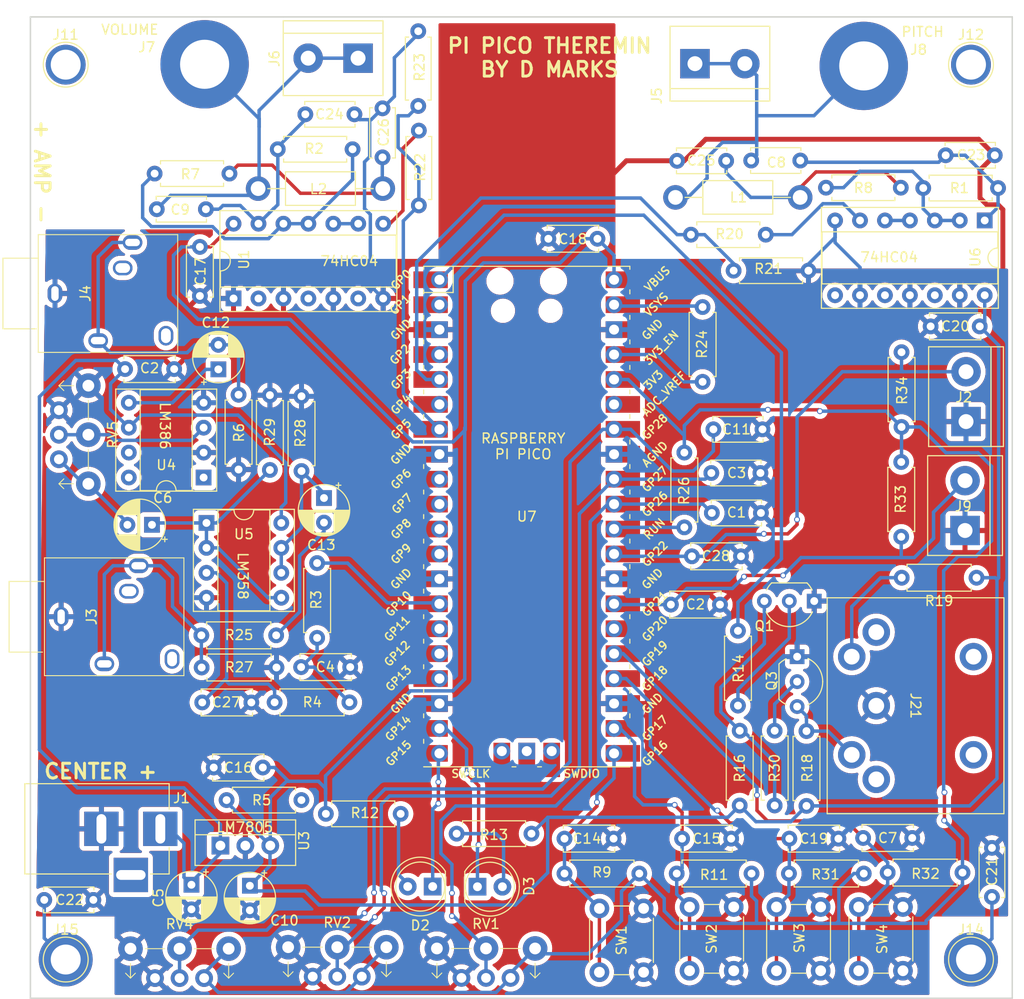
<source format=kicad_pcb>
(kicad_pcb (version 20221018) (generator pcbnew)
  (layers (0 "F.Cu" signal) (31 "B.Cu" signal) (34 "B.Paste" user) (35 "F.Paste" user) (36 "B.SilkS" user "B.Silkscreen") (37 "F.SilkS" user "F.Silkscreen") (38 "B.Mask" user) (39 "F.Mask" user) (44 "Edge.Cuts" user))
  (net 0 "")
  (net 1 "PITCHSIG")
  (net 2 "GND")
  (net 3 "+9V")
  (net 4 "SENS")
  (net 5 "Net-(C13-Pad2)")
  (net 6 "Net-(U5A--)")
  (net 7 "Net-(J5-Pin_1)")
  (net 8 "+5V")
  (net 9 "VOLUME")
  (net 10 "Net-(C12-Pad1)")
  (net 11 "Net-(J6-Pin_1)")
  (net 12 "BUTTON1")
  (net 13 "BUTTON2")
  (net 14 "LED1")
  (net 15 "Net-(U5B--)")
  (net 16 "LED2")
  (net 17 "Net-(J14-Pin_1)")
  (net 18 "Net-(C12-Pad2)")
  (net 19 "Net-(R1-Pad1)")
  (net 20 "Net-(R2-Pad1)")
  (net 21 "VOLSIG")
  (net 22 "+3V3")
  (net 23 "MIDIOUT")
  (net 24 "Net-(J3-PadS1)")
  (net 28 "Net-(R20-Pad1)")
  (net 29 "Net-(R22-Pad1)")
  (net 30 "Net-(C6-Pad2)")
  (net 31 "Net-(J15-Pin_1)")
  (net 32 "PITCH")
  (net 33 "Net-(D1-A)")
  (net 34 "Net-(D2-A)")
  (net 35 "Net-(C23-Pad1)")
  (net 36 "Net-(C24-Pad1)")
  (net 37 "Net-(C25-Pad2)")
  (net 38 "Net-(C26-Pad2)")
  (net 39 "Net-(U1-Pad10)")
  (net 40 "Net-(U6-Pad4)")
  (net 41 "Net-(D3-A)")
  (net 47 "Net-(J21-Pad4)")
  (net 48 "Net-(Q3-C)")
  (net 49 "Net-(Q1-B)")
  (net 50 "Net-(Q1-C)")
  (net 51 "Net-(Q3-B)")
  (net 52 "Net-(U4-+)")
  (net 59 "Net-(U5A-+)")
  (net 64 "BUTTON3")
  (net 65 "BUTTON4")
  (net 72 "Net-(U7-RUN)")
  (net 74 "Net-(U7-3V3_EN)")
  (net 75 "Net-(U7-VSYS)")
  (net 80 "Net-(C4-Pad1)")
  (net 81 "SNDOUT")
  (net 84 "Net-(J2-Pin_2)")
  (net 85 "Net-(J9-Pin_2)")
  (footprint "Capacitors_THT:C_Disc_D5.0mm_W2.5mm_P5.00mm" (layer "F.Cu") (at 119.4 100.543)
    (fp_text reference "C1")
    (fp_text value "100 nF")
  )
  (footprint "Capacitor_THT:C_Disc_D5.0mm_W2.5mm_P5.00mm" (layer "F.Cu") (at 59.64 85.883)
    (fp_text reference "C2")
    (fp_text value "100 nF")
  )
  (footprint "Capacitors_THT:C_Disc_D5.0mm_W2.5mm_P5.00mm" (layer "F.Cu") (at 119.35 96.473)
    (fp_text reference "C3")
    (fp_text value "100 nF")
  )
  (footprint "Capacitor_THT:CP_Radial_D5.0mm_P2.50mm" (layer "F.Cu") (at 66.4 138.433 -90)
    (fp_text reference "C5")
    (fp_text value "100 uF")
  )
  (footprint "Capacitor_THT:CP_Radial_D5.0mm_P2.50mm" (layer "F.Cu") (at 62.38 101.753 180)
    (fp_text reference "C6")
    (fp_text value "10 uF")
  )
  (footprint "Capacitors_THT:C_Disc_D5.0mm_W2.5mm_P5.00mm" (layer "F.Cu") (at 128.41 64.633 180)
    (fp_text reference "C8")
    (fp_text value "100 pF")
  )
  (footprint "Capacitors_THT:C_Disc_D5.0mm_W2.5mm_P5.00mm" (layer "F.Cu") (at 67.87 69.593 180)
    (fp_text reference "C9")
    (fp_text value "100 pF")
  )
  (footprint "Capacitor_THT:CP_Radial_D5.0mm_P2.50mm" (layer "F.Cu") (at 72.35 138.533 -90)
    (fp_text reference "C10")
    (fp_text value "100 uF")
  )
  (footprint "Capacitors_THT:C_Disc_D5.0mm_W2.5mm_P5.00mm" (layer "F.Cu") (at 119.56 92.023)
    (fp_text reference "C11")
    (fp_text value "100 nF")
  )
  (footprint "Capacitor_THT:CP_Radial_D5.0mm_P2.50mm" (layer "F.Cu") (at 69.14 85.913 90)
    (fp_text reference "C12")
    (fp_text value "220 uF")
  )
  (footprint "Capacitor_THT:CP_Radial_D5.0mm_P2.50mm" (layer "F.Cu") (at 79.9 99.023 -90)
    (fp_text reference "C13")
    (fp_text value "220 uF")
  )
  (footprint "Capacitor_THT:C_Disc_D5.0mm_W2.5mm_P5.00mm" (layer "F.Cu") (at 104.394 133.731)
    (fp_text reference "C14")
    (fp_text value "100 nF")
  )
  (footprint "Capacitor_THT:C_Disc_D5.0mm_W2.5mm_P5.00mm" (layer "F.Cu") (at 116.372 133.731)
    (fp_text reference "C15")
    (fp_text value "100 nF")
  )
  (footprint "Capacitor_THT:C_Disc_D5.0mm_W2.5mm_P5.00mm" (layer "F.Cu") (at 67.26 73.433 -90)
    (fp_text reference "C17")
    (fp_text value "100 nF")
  )
  (footprint "Capacitor_THT:C_Disc_D5.0mm_W2.5mm_P5.00mm" (layer "F.Cu") (at 107.75 72.603 180)
    (fp_text reference "C18")
    (fp_text value "100 nF")
  )
  (footprint "Connectors:BARREL_JACK" (layer "F.Cu") (at 63.23 132.733)
    (fp_text reference "J1")
    (fp_text value "Barrel_Jack")
  )
  (footprint "Connectors:1pin" (layer "F.Cu") (at 67.7418 54.8259)
    (fp_text reference "J7")
    (fp_text value "Conn_01x01")
  )
  (footprint "Connectors:1pin" (layer "F.Cu") (at 134.874 54.991)
    (fp_text reference "J8")
    (fp_text value "Conn_01x01")
  )
  (footprint "Connectors:1pin" (layer "F.Cu") (at 53.594 54.864)
    (fp_text reference "J11")
    (fp_text value "Conn_01x01")
  )
  (footprint "Connectors:1pin" (layer "F.Cu") (at 145.796 54.864)
    (fp_text reference "J12")
    (fp_text value "Conn_01x01")
  )
  (footprint "Connectors:1pin" (layer "F.Cu") (at 145.796 146.05)
    (fp_text reference "J14")
    (fp_text value "Conn_01x01")
  )
  (footprint "Connectors:1pin" (layer "F.Cu") (at 53.594 146.05)
    (fp_text reference "J15")
    (fp_text value "Conn_01x01")
  )
  (footprint "Package_TO_SOT_THT:TO-92_Inline_Wide" (layer "F.Cu") (at 128.09 115.193 -90)
    (fp_text reference "Q3")
    (fp_text value "2N3904")
  )
  (footprint "Resistors_THT:R_Axial_DIN0207_L6.3mm_D2.5mm_P7.62mm_Horizontal" (layer "F.Cu") (at 82.81 63.483 180)
    (fp_text reference "R2")
    (fp_text value "2.2M")
  )
  (footprint "Resistors_THT:R_Axial_DIN0207_L6.3mm_D2.5mm_P7.62mm_Horizontal" (layer "F.Cu") (at 69.98 129.803)
    (fp_text reference "R5")
    (fp_text value "1k")
  )
  (footprint "Resistor_THT:R_Axial_DIN0207_L6.3mm_D2.5mm_P7.62mm_Horizontal" (layer "F.Cu") (at 71.2 88.498 -90)
    (fp_text reference "R6")
    (fp_text value "10k")
  )
  (footprint "Resistors_THT:R_Axial_DIN0207_L6.3mm_D2.5mm_P7.62mm_Horizontal" (layer "F.Cu") (at 62.65 65.963)
    (fp_text reference "R7")
    (fp_text value "1k")
  )
  (footprint "Resistors_THT:R_Axial_DIN0207_L6.3mm_D2.5mm_P7.62mm_Horizontal" (layer "F.Cu") (at 131.0259 67.3989)
    (fp_text reference "R8")
    (fp_text value "1k")
  )
  (footprint "Resistor_THT:R_Axial_DIN0207_L6.3mm_D2.5mm_P7.62mm_Horizontal" (layer "F.Cu") (at 112.014 137.287 180)
    (fp_text reference "R9")
    (fp_text value "10k")
  )
  (footprint "Resistor_THT:R_Axial_DIN0207_L6.3mm_D2.5mm_P7.62mm_Horizontal" (layer "F.Cu") (at 123.444 137.287 180)
    (fp_text reference "R11")
    (fp_text value "10k")
  )
  (footprint "Resistors_THT:R_Axial_DIN0207_L6.3mm_D2.5mm_P7.62mm_Horizontal" (layer "F.Cu") (at 80.09 131.203)
    (fp_text reference "R12")
    (fp_text value "1k")
  )
  (footprint "Resistors_THT:R_Axial_DIN0207_L6.3mm_D2.5mm_P7.62mm_Horizontal" (layer "F.Cu") (at 101.03 133.223 180)
    (fp_text reference "R13")
    (fp_text value "1k")
  )
  (footprint "Resistor_THT:R_Axial_DIN0207_L6.3mm_D2.5mm_P7.62mm_Horizontal" (layer "F.Cu") (at 122.06 120.173 90)
    (fp_text reference "R14")
    (fp_text value "10k")
  )
  (footprint "Resistor_THT:R_Axial_DIN0207_L6.3mm_D2.5mm_P7.62mm_Horizontal" (layer "F.Cu") (at 122.24 130.353 90)
    (fp_text reference "R16")
    (fp_text value "1k")
  )
  (footprint "Resistor_THT:R_Axial_DIN0207_L6.3mm_D2.5mm_P7.62mm_Horizontal" (layer "F.Cu") (at 129.04 122.773 -90)
    (fp_text reference "R18")
    (fp_text value "1k")
  )
  (footprint "Resistor_THT:R_Axial_DIN0207_L6.3mm_D2.5mm_P7.62mm_Horizontal" (layer "F.Cu") (at 146.36 107.143 180)
    (fp_text reference "R19")
    (fp_text value "220R")
  )
  (footprint "MCTheremin:Potentiometer_Big_Small_Combined" (layer "F.Cu") (at 96.4 147.923)
    (fp_text reference "RV1")
    (fp_text value "10k")
  )
  (footprint "MCTheremin:Potentiometer_Big_Small_Combined" (layer "F.Cu") (at 81.25 147.793)
    (fp_text reference "RV2")
    (fp_text value "10k")
  )
  (footprint "MCTheremin:Potentiometer_Big_Small_Combined" (layer "F.Cu") (at 65.19 147.943)
    (fp_text reference "RV4")
    (fp_text value "10k")
  )
  (footprint "Button_Switch_THT:SW_PUSH_6mm" (layer "F.Cu") (at 112.45 140.843 -90)
    (fp_text reference "SW1")
    (fp_text value "SW_Push")
  )
  (footprint "Button_Switch_THT:SW_PUSH_6mm" (layer "F.Cu") (at 121.63 140.693 -90)
    (fp_text reference "SW2")
    (fp_text value "SW_Push")
  )
  (footprint "Housings_DIP:DIP-14_W7.62mm_Socket" (layer "F.Cu") (at 70.6882 78.6892 90)
    (fp_text reference "U1")
    (fp_text value "74HC04")
  )
  (footprint "TO_SOT_Packages_THT:TO-220-3_Vertical" (layer "F.Cu") (at 69.35 134.443)
    (fp_text reference "U3")
    (fp_text value "LM7805_TO220")
  )
  (footprint "Housings_DIP:DIP-8_W7.62mm_Socket" (layer "F.Cu") (at 67.64 96.933 180)
    (fp_text reference "U4")
    (fp_text value "LM386")
  )
  (footprint "Housings_DIP:DIP-8_W7.62mm_Socket" (layer "F.Cu") (at 67.93 101.563)
    (fp_text reference "U5")
    (fp_text value "LM358")
  )
  (footprint "Resistors_THT:R_Axial_DIN0207_L6.3mm_D2.5mm_P7.62mm_Horizontal" (layer "F.Cu") (at 124.8918 72.1868 180)
    (fp_text reference "R20")
    (fp_text value "1k")
  )
  (footprint "Resistors_THT:R_Axial_DIN0207_L6.3mm_D2.5mm_P7.62mm_Horizontal" (layer "F.Cu") (at 121.62 75.853)
    (fp_text reference "R21")
    (fp_text value "2k2")
  )
  (footprint "Resistors_THT:R_Axial_DIN0207_L6.3mm_D2.5mm_P7.62mm_Horizontal" (layer "F.Cu") (at 89.56 61.583 -90)
    (fp_text reference "R22")
    (fp_text value "1k")
  )
  (footprint "Resistors_THT:R_Axial_DIN0207_L6.3mm_D2.5mm_P7.62mm_Horizontal" (layer "F.Cu") (at 89.5 59.073 90)
    (fp_text reference "R23")
    (fp_text value "2k2")
  )
  (footprint "Connectors_Terminal_Blocks:TerminalBlock_bornier-2_P5.08mm" (layer "F.Cu") (at 117.68328 54.7624)
    (fp_text reference "J5")
    (fp_text value "Conn_01x02")
  )
  (footprint "TerminalBlock:TerminalBlock_bornier-2_P5.08mm" (layer "F.Cu") (at 83.37 54.203 180)
    (fp_text reference "J6")
    (fp_text value "Conn_01x02")
  )
  (footprint "MCTheremin:Potentiometer_Big_Small_Combined" (layer "F.Cu") (at 52.9 92.573 -90)
    (fp_text reference "RV5")
    (fp_text value "10k")
  )
  (footprint "Housings_DIP:DIP-14_W7.62mm_Socket" (layer "F.Cu") (at 147.193 70.739 -90)
    (fp_text reference "U6")
    (fp_text value "74HC04")
  )
  (footprint "Capacitor_THT:C_Disc_D5.0mm_W2.5mm_P5.00mm" (layer "F.Cu") (at 146.685 81.534 180)
    (fp_text reference "C20")
    (fp_text value "100 nF")
  )
  (footprint "Capacitors_THT:C_Disc_D5.0mm_W2.5mm_P5.00mm" (layer "F.Cu") (at 147.93 134.673 -90)
    (fp_text reference "C21")
    (fp_text value "100 nF")
  )
  (footprint "Capacitors_THT:C_Disc_D5.0mm_W2.5mm_P5.00mm" (layer "F.Cu") (at 56.41 139.973 180)
    (fp_text reference "C22")
    (fp_text value "100 nF")
  )
  (footprint "Capacitors_THT:C_Disc_D5.0mm_W2.5mm_P5.00mm" (layer "F.Cu") (at 143.2179 64.0969)
    (fp_text reference "C23")
    (fp_text value "150 pF")
  )
  (footprint "Capacitors_THT:C_Disc_D5.0mm_W2.5mm_P5.00mm" (layer "F.Cu") (at 78 59.923)
    (fp_text reference "C24")
    (fp_text value "220 pF")
  )
  (footprint "Capacitors_THT:C_Disc_D5.0mm_W2.5mm_P5.00mm" (layer "F.Cu") (at 115.86 64.663)
    (fp_text reference "C25")
    (fp_text value "150 pF")
  )
  (footprint "Capacitors_THT:C_Disc_D5.0mm_W2.5mm_P5.00mm" (layer "F.Cu") (at 85.86 59.313 -90)
    (fp_text reference "C26")
    (fp_text value "220 pF")
  )
  (footprint "Inductors_THT:L_Axial_L7.0mm_D3.3mm_P12.70mm_Horizontal_Fastron_MICC" (layer "F.Cu") (at 128.397 68.3895 180)
    (fp_text reference "L1")
    (fp_text value "400 uH")
  )
  (footprint "Inductors_THT:L_Axial_L7.0mm_D3.3mm_P12.70mm_Horizontal_Fastron_MICC" (layer "F.Cu") (at 85.89 67.493 180)
    (fp_text reference "L2")
    (fp_text value "400 uH")
  )
  (footprint "Resistors_THT:R_Axial_DIN0207_L6.3mm_D2.5mm_P7.62mm_Horizontal" (layer "F.Cu") (at 140.9319 67.437)
    (fp_text reference "R1")
    (fp_text value "2.2M")
  )
  (footprint "Capacitor_THT:C_Disc_D5.0mm_W2.5mm_P5.00mm" (layer "F.Cu") (at 127.294 133.731)
    (fp_text reference "C19")
    (fp_text value "100 nF")
  )
  (footprint "Resistor_THT:R_Axial_DIN0207_L6.3mm_D2.5mm_P7.62mm_Horizontal" (layer "F.Cu") (at 67.44 116.293)
    (fp_text reference "R27")
    (fp_text value "2.2M")
  )
  (footprint "Capacitor_THT:C_Disc_D5.0mm_W2.5mm_P5.00mm" (layer "F.Cu") (at 73.67 126.483 180)
    (fp_text reference "C16")
    (fp_text value "100 nF")
  )
  (footprint "LED_THT:LED_D5.0mm" (layer "F.Cu") (at 95.53 138.633)
    (fp_text reference "D3")
    (fp_text value "LED")
  )
  (footprint "Button_Switch_THT:SW_PUSH_6mm" (layer "F.Cu") (at 138.866 140.693 -90)
    (fp_text reference "SW4")
    (fp_text value "SW_Push")
  )
  (footprint "Resistor_THT:R_Axial_DIN0207_L6.3mm_D2.5mm_P7.62mm_Horizontal" (layer "F.Cu") (at 77.61 96.273 90)
    (fp_text reference "R28")
    (fp_text value "1k")
  )
  (footprint "Resistor_THT:R_Axial_DIN0207_L6.3mm_D2.5mm_P7.62mm_Horizontal" (layer "F.Cu") (at 138.69 95.353 -90)
    (fp_text reference "R33")
    (fp_text value "10k")
  )
  (footprint "Capacitor_THT:C_Disc_D5.0mm_W2.5mm_P5.00mm" (layer "F.Cu") (at 134.81 133.663)
    (fp_text reference "C7")
    (fp_text value "100 nF")
  )
  (footprint "Package_TO_SOT_THT:TO-92_Inline_Wide" (layer "F.Cu") (at 129.83 109.523 180)
    (fp_text reference "Q1")
    (fp_text value "2N3904")
  )
  (footprint "Resistor_THT:R_Axial_DIN0207_L6.3mm_D2.5mm_P7.62mm_Horizontal" (layer "F.Cu") (at 79.2 105.653 -90)
    (fp_text reference "R3")
    (fp_text value "10k")
  )
  (footprint "MCTheremin:PJ-3240-35mm-stereo" (layer "F.Cu") (at 51.43 111.123 90)
    (fp_text reference "J3")
    (fp_text value "AudioJack2_Dual_Ground_Switch")
  )
  (footprint "Capacitor_THT:C_Disc_D5.0mm_W2.5mm_P5.00mm" (layer "F.Cu") (at 115.23 109.883)
    (fp_text reference "C2")
    (fp_text value "100 nF")
  )
  (footprint "Resistor_THT:R_Axial_DIN0207_L6.3mm_D2.5mm_P7.62mm_Horizontal" (layer "F.Cu") (at 74.39 96.163 90)
    (fp_text reference "R29")
    (fp_text value "1k")
  )
  (footprint "MCTheremin:DIN5Circular" (layer "F.Cu") (at 136.15 120.189 -90)
    (fp_text reference "J21")
    (fp_text value "DIN-5_180degree")
  )
  (footprint "Resistor_THT:R_Axial_DIN0207_L6.3mm_D2.5mm_P7.62mm_Horizontal" (layer "F.Cu") (at 134.874 137.287 180)
    (fp_text reference "R31")
    (fp_text value "10k")
  )
  (footprint "LED_THT:LED_D5.0mm" (layer "F.Cu") (at 90.97 138.613 180)
    (fp_text reference "D2")
    (fp_text value "LED")
  )
  (footprint "MCU_RaspberryPi_and_Boards:RPi_Pico_SMD_TH" (layer "F.Cu") (at 100.55 100.913)
    (fp_text reference "U7")
    (fp_text value "Pico")
  )
  (footprint "Capacitor_THT:C_Disc_D5.0mm_W2.5mm_P5.00mm" (layer "F.Cu") (at 117.37 104.963)
    (fp_text reference "C28")
    (fp_text value "100 nF")
  )
  (footprint "Resistor_THT:R_Axial_DIN0207_L6.3mm_D2.5mm_P7.62mm_Horizontal" (layer "F.Cu") (at 138.72 91.783 90)
    (fp_text reference "R34")
    (fp_text value "10k")
  )
  (footprint "Capacitor_THT:C_Disc_D5.0mm_W2.5mm_P5.00mm" (layer "F.Cu") (at 67.5 119.853)
    (fp_text reference "C27")
    (fp_text value "100 nF")
  )
  (footprint "Resistor_THT:R_Axial_DIN0207_L6.3mm_D2.5mm_P7.62mm_Horizontal" (layer "F.Cu") (at 144.93 137.193 180)
    (fp_text reference "R32")
    (fp_text value "10k")
  )
  (footprint "Resistor_THT:R_Axial_DIN0207_L6.3mm_D2.5mm_P7.62mm_Horizontal" (layer "F.Cu") (at 118.46 87.183 90)
    (fp_text reference "R24")
    (fp_text value "10k")
  )
  (footprint "MCTheremin:PJ-3240-35mm-stereo" (layer "F.Cu") (at 50.8 78.183 90)
    (fp_text reference "J4")
    (fp_text value "AudioJack2_Dual_Ground_Switch")
  )
  (footprint "Resistor_THT:R_Axial_DIN0207_L6.3mm_D2.5mm_P7.62mm_Horizontal" (layer "F.Cu") (at 125.8 130.353 90)
    (fp_text reference "R30")
    (fp_text value "10k")
  )
  (footprint "TerminalBlock:TerminalBlock_bornier-2_P5.08mm" (layer "F.Cu") (at 145.29 91.233 90)
    (fp_text reference "J2")
    (fp_text value "Conn_01x02")
  )
  (footprint "Resistor_THT:R_Axial_DIN0207_L6.3mm_D2.5mm_P7.62mm_Horizontal" (layer "F.Cu") (at 116.6 94.393 -90)
    (fp_text reference "R26")
    (fp_text value "10k")
  )
  (footprint "Resistor_THT:R_Axial_DIN0207_L6.3mm_D2.5mm_P7.62mm_Horizontal" (layer "F.Cu") (at 82.49 119.843 180)
    (fp_text reference "R4")
    (fp_text value "10k")
  )
  (footprint "Resistor_THT:R_Axial_DIN0207_L6.3mm_D2.5mm_P7.62mm_Horizontal" (layer "F.Cu") (at 67.41 113.013)
    (fp_text reference "R25")
    (fp_text value "220R")
  )
  (footprint "Capacitor_THT:C_Disc_D5.0mm_W2.5mm_P5.00mm" (layer "F.Cu") (at 77.57 116.253)
    (fp_text reference "C4")
    (fp_text value "100 nF")
  )
  (footprint "Button_Switch_THT:SW_PUSH_6mm" (layer "F.Cu") (at 130.484 140.693 -90)
    (fp_text reference "SW3")
    (fp_text value "SW_Push")
  )
  (footprint "TerminalBlock:TerminalBlock_bornier-2_P5.08mm" (layer "F.Cu") (at 145.19 102.333 90)
    (fp_text reference "J9")
    (fp_text value "Conn_01x02")
  )
  (gr_line (start 50 150) (end 50 50) (stroke (width 0.15)) (layer "Edge.Cuts"))
  (gr_line (start 150 150) (end 50 150) (stroke (width 0.15)) (layer "Edge.Cuts"))
  (gr_line (start 50 50) (end 150 50) (stroke (width 0.15)) (layer "Edge.Cuts"))
  (gr_line (start 150 50) (end 150 150) (stroke (width 0.15)) (layer "Edge.Cuts"))
  (gr_text "LM386" (at 63.7 91.673 -90) (layer "F.SilkS") (effects (font (size 1 1))))
  (gr_text "LM358" (at 71.63 106.963 270) (layer "F.SilkS") (effects (font (size 1 1))))
  (gr_text "PI PICO THEREMIN\nBY D MARKS" (at 102.87 54.143) (layer "F.SilkS") (effects (font (size 1.5 1.5) (thickness 0.3))))
  (gr_text "VOLUME" (at 60.12688 51.29784) (layer "F.SilkS") (effects (font (size 1 1))))
  (gr_text "RASPBERRY\nPI PICO" (at 100.19 93.753) (layer "F.SilkS") (effects (font (size 1 1))))
  (gr_text "74HC04" (at 82.47888 74.8792) (layer "F.SilkS") (effects (font (size 1 1))))
  (gr_text "+ AMP -" (at 51.181 65.786 270) (layer "F.SilkS") (effects (font (size 1.5 1.5) (thickness 0.3))))
  (gr_text "74HC04" (at 137.4648 74.4855) (layer "F.SilkS") (effects (font (size 1 1))))
  (gr_text "LM7805" (at 71.84 132.573) (layer "F.SilkS") (effects (font (size 1 1))))
  (gr_text "CENTER +" (at 57.15 126.873) (layer "F.SilkS") (effects (font (size 1.5 1.5) (thickness 0.3))))
  (gr_text "PITCH" (at 140.87348 51.52136) (layer "F.SilkS") (effects (font (size 1 1))))
  (segment (start 117.2718 72.1868) (end 118.6688 72.1868) (width 0.35) (layer "B.Cu") (net 1))
  (segment (start 115.8738 72.1868) (end 117.2718 72.1868) (width 0.35) (layer "B.Cu") (net 1))
  (segment (start 121.62 75.138) (end 121.62 75.853) (width 0.35) (layer "B.Cu") (net 1))
  (segment (start 89.34 85.983) (end 89.34 74.993) (width 0.35) (layer "B.Cu") (net 1))
  (segment (start 112.14 68.453) (end 115.8738 72.1868) (width 0.35) (layer "B.Cu") (net 1))
  (segment (start 95.88 68.453) (end 112.14 68.453) (width 0.35) (layer "B.Cu") (net 1))
  (segment (start 89.34 74.993) (end 95.88 68.453) (width 0.35) (layer "B.Cu") (net 1))
  (segment (start 90.3 86.943) (end 89.34 85.983) (width 0.35) (layer "B.Cu") (net 1))
  (segment (start 91.66 86.943) (end 90.3 86.943) (width 0.35) (layer "B.Cu") (net 1))
  (segment (start 118.6688 72.1868) (end 121.62 75.138) (width 0.35) (layer "B.Cu") (net 1))
  (segment (start 146.71 68.443) (end 147.41 69.143) (width 0.5) (layer "F.Cu") (net 2))
  (segment (start 146.584 62.463) (end 118.7787 62.463) (width 0.5) (layer "F.Cu") (net 2))
  (segment (start 118.7787 62.463) (end 116.5787 64.663) (width 0.5) (layer "F.Cu") (net 2))
  (segment (start 148.56 69.143) (end 149.04 69.623) (width 0.5) (layer "F.Cu") (net 2))
  (segment (start 148.2179 64.0969) (end 146.584 62.463) (width 0.5) (layer "F.Cu") (net 2))
  (segment (start 115.8527 64.6557) (end 110.6973 64.6557) (width 0.5) (layer "F.Cu") (net 2))
  (segment (start 146.71 65.6048) (end 146.71 68.443) (width 0.5) (layer "F.Cu") (net 2))
  (segment (start 149.04 69.623) (end 149.04 75.923) (width 0.5) (layer "F.Cu") (net 2))
  (segment (start 110.6973 64.6557) (end 102.75 72.603) (width 0.5) (layer "F.Cu") (net 2))
  (segment (start 115.86 64.663) (end 115.8527 64.6557) (width 0.5) (layer "F.Cu") (net 2))
  (segment (start 147.41 69.143) (end 148.56 69.143) (width 0.5) (layer "F.Cu") (net 2))
  (segment (start 148.2179 64.0969) (end 146.71 65.6048) (width 0.5) (layer "F.Cu") (net 2))
  (segment (start 116.5787 64.663) (end 115.86 64.663) (width 0.5) (layer "F.Cu") (net 2))
  (segment (start 84.62 70.123) (end 84.62 76.743) (width 0.35) (layer "B.Cu") (net 2))
  (segment (start 80.8482 78.6892) (end 80.8482 77.0012) (width 0.35) (layer "B.Cu") (net 2))
  (segment (start 144.653 77.146) (end 143.79 76.283) (width 0.35) (layer "B.Cu") (net 2))
  (segment (start 139.573 78.359) (end 139.573 76.326) (width 0.35) (layer "B.Cu") (net 2))
  (segment (start 135.473 76.283) (end 134.493 77.263) (width 0.35) (layer "B.Cu") (net 2))
  (segment (start 84.62 77.381) (end 85.9282 78.6892) (width 0.35) (layer "B.Cu") (net 2))
  (segment (start 144.653 78.359) (end 144.653 77.146) (width 0.35) (layer "B.Cu") (net 2))
  (segment (start 83 59.923) (end 83.5417 60.4647) (width 0.35) (layer "B.Cu") (net 2))
  (segment (start 89.5 51.453) (end 89.5 51.723) (width 0.35) (layer "B.Cu") (net 2))
  (segment (start 131.953 72.4662) (end 129.24 75.1792) (width 0.35) (layer "B.Cu") (net 2))
  (segment (start 75.7682 77.0348) (end 76.06 76.743) (width 0.35) (layer "B.Cu") (net 2))
  (segment (start 131.953 70.739) (end 131.953 72.986) (width 0.35) (layer "B.Cu") (net 2))
  (segment (start 87.07 58.103) (end 85.86 59.313) (width 0.35) (layer "B.Cu") (net 2))
  (segment (start 70.6882 78.6892) (end 70.6882 77.6148) (width 0.35) (layer "B.Cu") (net 2))
  (segment (start 84.55 60.4647) (end 84.55 64.253) (width 0.35) (layer "B.Cu") (net 2))
  (segment (start 71.56 76.743) (end 76.06 76.743) (width 0.35) (layer "B.Cu") (net 2))
  (segment (start 87.07 54.153) (end 87.07 58.103) (width 0.35) (layer "B.Cu") (net 2))
  (segment (start 84.62 76.743) (end 84.62 77.381) (width 0.35) (layer "B.Cu") (net 2))
  (segment (start 131.953 70.739) (end 131.953 72.4662) (width 0.35) (layer "B.Cu") (net 2))
  (segment (start 84.55 60.4647) (end 84.7083 60.4647) (width 0.35) (layer "B.Cu") (net 2))
  (segment (start 84.7083 60.4647) (end 85.86 59.313) (width 0.35) (layer "B.Cu") (net 2))
  (segment (start 84.03 69.533) (end 84.62 70.123) (width 0.35) (layer "B.Cu") (net 2))
  (segment (start 139.573 76.326) (end 139.53 76.283) (width 0.35) (layer "B.Cu") (net 2))
  (segment (start 134.493 75.526) (end 134.493 77.263) (width 0.35) (layer "B.Cu") (net 2))
  (segment (start 143.79 76.283) (end 139.53 76.283) (width 0.35) (layer "B.Cu") (net 2))
  (segment (start 129.24 75.1792) (end 129.24 75.853) (width 0.35) (layer "B.Cu") (net 2))
  (segment (start 131.953 72.986) (end 134.493 75.526) (width 0.35) (layer "B.Cu") (net 2))
  (segment (start 75.7682 78.6892) (end 75.7682 77.0348) (width 0.35) (layer "B.Cu") (net 2))
  (segment (start 80.8482 77.0012) (end 80.59 76.743) (width 0.35) (layer "B.Cu") (net 2))
  (segment (start 84.55 64.253) (end 84.03 64.773) (width 0.35) (layer "B.Cu") (net 2))
  (segment (start 83.5417 60.4647) (end 84.55 60.4647) (width 0.35) (layer "B.Cu") (net 2))
  (segment (start 70.6882 77.6148) (end 71.56 76.743) (width 0.35) (layer "B.Cu") (net 2))
  (segment (start 89.5 51.723) (end 87.07 54.153) (width 0.35) (layer "B.Cu") (net 2))
  (segment (start 76.06 76.743) (end 80.59 76.743) (width 0.35) (layer "B.Cu") (net 2))
  (segment (start 134.493 77.263) (end 134.493 78.359) (width 0.35) (layer "B.Cu") (net 2))
  (segment (start 84.03 64.773) (end 84.03 69.533) (width 0.35) (layer "B.Cu") (net 2))
  (segment (start 139.53 76.283) (end 135.473 76.283) (width 0.35) (layer "B.Cu") (net 2))
  (segment (start 80.59 76.743) (end 84.62 76.743) (width 0.35) (layer "B.Cu") (net 2))
  (segment (start 54.805 128.558) (end 50.92 124.673) (width 0.35) (layer "B.Cu") (net 3))
  (segment (start 50.92 124.673) (end 50.92 88.703) (width 0.35) (layer "B.Cu") (net 3))
  (segment (start 69.32 135.233) (end 66.4 138.153) (width 0.35) (layer "B.Cu") (net 3))
  (segment (start 75.55 99.953) (end 76 99.503) (width 0.35) (layer "B.Cu") (net 3))
  (segment (start 58.76 85.003) (end 59.64 85.883) (width 0.35) (layer "B.Cu") (net 3))
  (segment (start 76 99.503) (end 76 95.443) (width 0.35) (layer "B.Cu") (net 3))
  (segment (start 59.64 85.883) (end 58.16 87.363) (width 0.35) (layer "B.Cu") (net 3))
  (segment (start 65.625 128.558) (end 54.805 128.558) (width 0.35) (layer "B.Cu") (net 3))
  (segment (start 69.35 132.283) (end 65.625 128.558) (width 0.35) (layer "B.Cu") (net 3))
  (segment (start 58.16 89.993) (end 60.02 91.853) (width 0.35) (layer "B.Cu") (net 3))
  (segment (start 66.4 138.153) (end 66.4 138.433) (width 0.35) (layer "B.Cu") (net 3))
  (segment (start 69.35 134.443) (end 69.32 134.473) (width 0.35) (layer "B.Cu") (net 3))
  (segment (start 65.64 137.673) (end 66.4 138.433) (width 0.35) (layer "B.Cu") (net 3))
  (segment (start 58.16 87.363) (end 58.16 89.993) (width 0.35) (layer "B.Cu") (net 3))
  (segment (start 76.01 95.433) (end 71.15 90.573) (width 0.35) (layer "B.Cu") (net 3))
  (segment (start 71.15 90.573) (end 61.3 90.573) (width 0.35) (layer "B.Cu") (net 3))
  (segment (start 69.35 134.443) (end 69.35 132.283) (width 0.35) (layer "B.Cu") (net 3))
  (segment (start 54.62 85.003) (end 58.76 85.003) (width 0.35) (layer "B.Cu") (net 3))
  (segment (start 64.18 132.733) (end 65.64 134.193) (width 0.35) (layer "B.Cu") (net 3))
  (segment (start 61.3 90.573) (end 60.02 91.853) (width 0.35) (layer "B.Cu") (net 3))
  (segment (start 63.23 132.733) (end 64.18 132.733) (width 0.35) (layer "B.Cu") (net 3))
  (segment (start 65.64 134.193) (end 65.64 137.673) (width 0.35) (layer "B.Cu") (net 3))
  (segment (start 50.92 88.703) (end 54.62 85.003) (width 0.35) (layer "B.Cu") (net 3))
  (segment (start 69.32 134.473) (end 69.32 135.233) (width 0.35) (layer "B.Cu") (net 3))
  (segment (start 75.55 101.563) (end 75.55 99.953) (width 0.35) (layer "B.Cu") (net 3))
  (segment (start 76 95.443) (end 76.01 95.433) (width 0.35) (layer "B.Cu") (net 3))
  (segment (start 86.03 140.773) (end 85.08 141.723) (width 0.35) (layer "F.Cu") (net 4))
  (segment (start 86.03 139.293) (end 86.03 140.773) (width 0.35) (layer "F.Cu") (net 4))
  (via (at 86.03 139.293) (size 0.6) (drill 0.4) (layers "F.Cu" "B.Cu") (net 4))
  (via (at 85.08 141.723) (size 0.6) (drill 0.4) (layers "F.Cu" "B.Cu") (net 4))
  (segment (start 86.58 129.383) (end 85.74 130.223) (width 0.35) (layer "B.Cu") (net 4))
  (segment (start 105.91 100.633) (end 105.91 126.503) (width 0.35) (layer "B.Cu") (net 4))
  (segment (start 81.25 144.793) (end 81.25 147.793) (width 0.35) (layer "B.Cu") (net 4))
  (segment (start 103.03 129.383) (end 86.58 129.383) (width 0.35) (layer "B.Cu") (net 4))
  (segment (start 85.74 130.223) (end 85.74 139.003) (width 0.35) (layer "B.Cu") (net 4))
  (segment (start 109.44 97.103) (end 118.72 97.103) (width 0.35) (layer "B.Cu") (net 4))
  (segment (start 82.01 144.793) (end 81.25 144.793) (width 0.35) (layer "B.Cu") (net 4))
  (segment (start 105.91 126.503) (end 103.03 129.383) (width 0.35) (layer "B.Cu") (net 4))
  (segment (start 109.44 97.103) (end 105.91 100.633) (width 0.35) (layer "B.Cu") (net 4))
  (segment (start 85.08 141.723) (end 82.01 144.793) (width 0.35) (layer "B.Cu") (net 4))
  (segment (start 118.72 97.103) (end 119.35 96.473) (width 0.35) (layer "B.Cu") (net 4))
  (segment (start 85.74 139.003) (end 86.03 139.293) (width 0.35) (layer "B.Cu") (net 4))
  (segment (start 79.9 101.523) (end 79.9 102.433) (width 0.35) (layer "B.Cu") (net 5))
  (segment (start 79.9 102.433) (end 77.42 104.913) (width 0.35) (layer "B.Cu") (net 5))
  (segment (start 77.42 110.623) (end 75.03 113.013) (width 0.35) (layer "B.Cu") (net 5))
  (segment (start 77.42 104.913) (end 77.42 110.623) (width 0.35) (layer "B.Cu") (net 5))
  (segment (start 68.99 101.563) (end 67.93 101.563) (width 0.35) (layer "B.Cu") (net 6))
  (segment (start 62.57 101.563) (end 62.38 101.753) (width 0.35) (layer "B.Cu") (net 6))
  (segment (start 69.11 104.103) (end 74.19 109.183) (width 0.35) (layer "B.Cu") (net 6))
  (segment (start 67.93 104.103) (end 67.93 101.563) (width 0.35) (layer "B.Cu") (net 6))
  (segment (start 67.93 101.563) (end 62.57 101.563) (width 0.35) (layer "B.Cu") (net 6))
  (segment (start 67.93 104.103) (end 69.11 104.103) (width 0.35) (layer "B.Cu") (net 6))
  (segment (start 74.39 96.163) (end 68.99 101.563) (width 0.35) (layer "B.Cu") (net 6))
  (segment (start 74.19 109.183) (end 75.55 109.183) (width 0.35) (layer "B.Cu") (net 6))
  (segment (start 123.9685 60.063) (end 123.9685 55.96762) (width 0.35) (layer "B.Cu") (net 7))
  (segment (start 123.9685 55.96762) (end 122.76328 54.7624) (width 0.35) (layer "B.Cu") (net 7))
  (segment (start 123.41 64.633) (end 123.9685 64.0745) (width 0.35) (layer "B.Cu") (net 7))
  (segment (start 118.92 66.433) (end 118.92 64.343) (width 0.35) (layer "B.Cu") (net 7))
  (segment (start 116.9635 68.3895) (end 118.92 66.433) (width 0.35) (layer "B.Cu") (net 7))
  (segment (start 123.9685 60.063) (end 129.802 60.063) (width 0.35) (layer "B.Cu") (net 7))
  (segment (start 129.802 60.063) (end 134.874 54.991) (width 0.35) (layer "B.Cu") (net 7))
  (segment (start 115.697 68.3895) (end 116.9635 68.3895) (width 0.35) (layer "B.Cu") (net 7))
  (segment (start 122.76328 54.7624) (end 117.68328 54.7624) (width 0.35) (layer "B.Cu") (net 7))
  (segment (start 123.9685 64.0745) (end 123.9685 62.783) (width 0.35) (layer "B.Cu") (net 7))
  (segment (start 123.9685 62.783) (end 123.9685 60.063) (width 0.35) (layer "B.Cu") (net 7))
  (segment (start 118.92 64.343) (end 120.48 62.783) (width 0.35) (layer "B.Cu") (net 7))
  (segment (start 120.48 62.783) (end 123.9685 62.783) (width 0.35) (layer "B.Cu") (net 7))
  (segment (start 70.6882 71.0692) (end 68.3244 73.433) (width 0.35) (layer "F.Cu") (net 8))
  (segment (start 68.3244 73.433) (end 67.26 73.433) (width 0.35) (layer "F.Cu") (net 8))
  (segment (start 80.06 129.159) (end 80.06 127.331) (width 0.35) (layer "B.Cu") (net 8))
  (segment (start 79.33 127.883) (end 80.06 128.613) (width 0.35) (layer "B.Cu") (net 8))
  (segment (start 76.46 80.823) (end 67.08 80.823) (width 0.35) (layer "B.Cu") (net 8))
  (segment (start 65.33 73.533) (end 65.33 73.493) (width 0.35) (layer "B.Cu") (net 8))
  (segment (start 122.24 130.353) (end 121.04 131.553) (width 0.35) (layer "B.Cu") (net 8))
  (segment (start 102.7 131.553) (end 101.03 133.223) (width 0.35) (layer "B.Cu") (net 8))
  (segment (start 96.14 75.063) (end 94.29 76.913) (width 0.35) (layer "B.Cu") (net 8))
  (segment (start 102.68 131.573) (end 102.68 137.203) (width 0.35) (layer "B.Cu") (net 8))
  (segment (start 65.33 73.493) (end 65.39 73.433) (width 0.35) (layer "B.Cu") (net 8))
  (segment (start 94.234 117.475) (end 94.234 91.877) (width 0.35) (layer "B.Cu") (net 8))
  (segment (start 88.94 93.303) (end 76.46 80.823) (width 0.35) (layer "B.Cu") (net 8))
  (segment (start 148.61 83.459) (end 146.685 81.534) (width 0.35) (layer "B.Cu") (net 8))
  (segment (start 94.29 92.073) (end 93.06 93.303) (width 0.35) (layer "B.Cu") (net 8))
  (segment (start 109.44 74.293) (end 107.75 72.603) (width 0.35) (layer "B.Cu") (net 8))
  (segment (start 94.234 91.877) (end 94.29 91.821) (width 0.35) (layer "B.Cu") (net 8))
  (segment (start 94.29 76.913) (end 94.29 91.821) (width 0.35) (layer "B.Cu") (net 8))
  (segment (start 74.43 129.533) (end 76.08 127.883) (width 0.35) (layer "B.Cu") (net 8))
  (segment (start 74.43 134.443) (end 74.4 134.473) (width 0.35) (layer "B.Cu") (net 8))
  (segment (start 93.06 93.303) (end 88.94 93.303) (width 0.35) (layer "B.Cu") (net 8))
  (segment (start 107.75 72.603) (end 106.42 72.603) (width 0.35) (layer "B.Cu") (net 8))
  (segment (start 109.44 76.783) (end 109.44 74.293) (width 0.35) (layer "B.Cu") (net 8))
  (segment (start 102.68 137.203) (end 99.39 140.493) (width 0.35) (layer "B.Cu") (net 8))
  (segment (start 65.39 73.433) (end 67.26 73.433) (width 0.35) (layer "B.Cu") (net 8))
  (segment (start 99.39 140.493) (end 79.4 140.493) (width 0.35) (layer "B.Cu") (net 8))
  (segment (start 147.193 81.026) (end 146.685 81.534) (width 0.35) (layer "B.Cu") (net 8))
  (segment (start 67.08 80.823) (end 64.57 78.313) (width 0.35) (layer "B.Cu") (net 8))
  (segment (start 77.97 139.063) (end 72.88 139.063) (width 0.35) (layer "B.Cu") (net 8))
  (segment (start 74.4 134.473) (end 74.4 136.483) (width 0.35) (layer "B.Cu") (net 8))
  (segment (start 93.036 118.673) (end 94.234 117.475) (width 0.35) (layer "B.Cu") (net 8))
  (segment (start 103.96 75.063) (end 96.14 75.063) (width 0.35) (layer "B.Cu") (net 8))
  (segment (start 146.36 107.143) (end 148.26 107.143) (width 0.35) (layer "B.Cu") (net 8))
  (segment (start 106.42 72.603) (end 103.96 75.063) (width 0.35) (layer "B.Cu") (net 8))
  (segment (start 148.61 107.153) (end 148.61 83.459) (width 0.35) (layer "B.Cu") (net 8))
  (segment (start 102.7 131.553) (end 102.68 131.573) (width 0.35) (layer "B.Cu") (net 8))
  (segment (start 80.06 128.613) (end 80.06 129.159) (width 0.35) (layer "B.Cu") (net 8))
  (segment (start 79.4 140.493) (end 77.97 139.063) (width 0.35) (layer "B.Cu") (net 8))
  (segment (start 80.06 131.173) (end 80.09 131.203) (width 0.35) (layer "B.Cu") (net 8))
  (segment (start 129.04 130.393) (end 145.65 130.393) (width 0.35) (layer "B.Cu") (net 8))
  (segment (start 74.88 126.483) (end 73.67 126.483) (width 0.35) (layer "B.Cu") (net 8))
  (segment (start 147.193 78.359) (end 147.193 81.026) (width 0.35) (layer "B.Cu") (net 8))
  (segment (start 80.06 127.331) (end 88.718 118.673) (width 0.35) (layer "B.Cu") (net 8))
  (segment (start 94.29 91.821) (end 94.29 92.073) (width 0.35) (layer "B.Cu") (net 8))
  (segment (start 74.43 134.443) (end 74.43 129.533) (width 0.35) (layer "B.Cu") (net 8))
  (segment (start 121.04 131.553) (end 102.7 131.553) (width 0.35) (layer "B.Cu") (net 8))
  (segment (start 148.26 107.143) (end 148.44 107.323) (width 0.35) (layer "B.Cu") (net 8))
  (segment (start 74.4 136.483) (end 72.35 138.533) (width 0.35) (layer "B.Cu") (net 8))
  (segment (start 123.89 132.003) (end 127.43 132.003) (width 0.35) (layer "B.Cu") (net 8))
  (segment (start 64.57 74.293) (end 65.33 73.533) (width 0.35) (layer "B.Cu") (net 8))
  (segment (start 127.43 132.003) (end 129.04 130.393) (width 0.35) (layer "B.Cu") (net 8))
  (segment (start 76.28 127.883) (end 74.88 126.483) (width 0.35) (layer "B.Cu") (net 8))
  (segment (start 76.08 127.883) (end 76.28 127.883) (width 0.35) (layer "B.Cu") (net 8))
  (segment (start 76.28 127.883) (end 79.33 127.883) (width 0.35) (layer "B.Cu") (net 8))
  (segment (start 80.06 129.159) (end 80.06 131.173) (width 0.35) (layer "B.Cu") (net 8))
  (segment (start 72.88 139.063) (end 72.35 138.533) (width 0.35) (layer "B.Cu") (net 8))
  (segment (start 88.718 118.673) (end 93.036 118.673) (width 0.35) (layer "B.Cu") (net 8))
  (segment (start 148.44 107.323) (end 148.61 107.153) (width 0.35) (layer "B.Cu") (net 8))
  (segment (start 69.98 129.803) (end 69.98 129.993) (width 0.35) (layer "B.Cu") (net 8))
  (segment (start 145.65 130.393) (end 148.44 127.603) (width 0.35) (layer "B.Cu") (net 8))
  (segment (start 64.57 78.313) (end 64.57 74.293) (width 0.35) (layer "B.Cu") (net 8))
  (segment (start 148.44 127.603) (end 148.44 107.323) (width 0.35) (layer "B.Cu") (net 8))
  (segment (start 122.24 130.353) (end 123.89 132.003) (width 0.35) (layer "B.Cu") (net 8))
  (segment (start 69.98 129.993) (end 74.43 134.443) (width 0.35) (layer "B.Cu") (net 8))
  (segment (start 84.03 141.323) (end 85 140.353) (width 0.35) (layer "F.Cu") (net 9))
  (segment (start 85 140.353) (end 85 139.233) (width 0.35) (layer "F.Cu") (net 9))
  (via (at 84.03 141.323) (size 0.6) (drill 0.4) (layers "F.Cu" "B.Cu") (net 9))
  (via (at 85 139.233) (size 0.6) (drill 0.4) (layers "F.Cu" "B.Cu") (net 9))
  (segment (start 75.39 141.733) (end 83.62 141.733) (width 0.35) (layer "B.Cu") (net 9))
  (segment (start 65.19 144.943) (end 65.19 147.943) (width 0.35) (layer "B.Cu") (net 9))
  (segment (start 109.44 92.023) (end 111.13 92.023) (width 0.35) (layer "B.Cu") (net 9))
  (segment (start 115.38 96.273) (end 117.51 96.273) (width 0.35) (layer "B.Cu") (net 9))
  (segment (start 104.96 125.883) (end 102.17 128.673) (width 0.35) (layer "B.Cu") (net 9))
  (segment (start 86.11 128.673) (end 85 129.783) (width 0.35) (layer "B.Cu") (net 9))
  (segment (start 85 129.783) (end 85 139.233) (width 0.35) (layer "B.Cu") (net 9))
  (segment (start 111.13 92.023) (end 115.38 96.273) (width 0.35) (layer "B.Cu") (net 9))
  (segment (start 65.19 144.943) (end 67.08 143.053) (width 0.35) (layer "B.Cu") (net 9))
  (segment (start 108.29 92.023) (end 104.96 95.353) (width 0.35) (layer "B.Cu") (net 9))
  (segment (start 119.56 94.223) (end 119.56 92.023) (width 0.35) (layer "B.Cu") (net 9))
  (segment (start 104.96 95.353) (end 104.96 125.883) (width 0.35) (layer "B.Cu") (net 9))
  (segment (start 83.62 141.733) (end 84.03 141.323) (width 0.35) (layer "B.Cu") (net 9))
  (segment (start 102.17 128.673) (end 86.11 128.673) (width 0.35) (layer "B.Cu") (net 9))
  (segment (start 74.07 143.053) (end 75.39 141.733) (width 0.35) (layer "B.Cu") (net 9))
  (segment (start 67.08 143.053) (end 74.07 143.053) (width 0.35) (layer "B.Cu") (net 9))
  (segment (start 109.44 92.023) (end 108.29 92.023) (width 0.35) (layer "B.Cu") (net 9))
  (segment (start 117.51 96.273) (end 119.56 94.223) (width 0.35) (layer "B.Cu") (net 9))
  (segment (start 67.86 85.913) (end 69.14 85.913) (width 0.35) (layer "B.Cu") (net 10))
  (segment (start 60.02 89.313) (end 64.46 89.313) (width 0.35) (layer "B.Cu") (net 10))
  (segment (start 64.46 89.313) (end 67.86 85.913) (width 0.35) (layer "B.Cu") (net 10))
  (segment (start 73.2917 67.3913) (end 73.2917 61.203) (width 0.35) (layer "B.Cu") (net 11))
  (segment (start 64.28 68.183) (end 72.5 68.183) (width 0.35) (layer "B.Cu") (net 11))
  (segment (start 83.37 54.203) (end 78.29 54.203) (width 0.35) (layer "B.Cu") (net 11))
  (segment (start 73.2917 61.203) (end 73.2917 60.3758) (width 0.35) (layer "B.Cu") (net 11))
  (segment (start 72.5 68.183) (end 73.19 67.493) (width 0.35) (layer "B.Cu") (net 11))
  (segment (start 73.19 67.493) (end 73.2917 67.3913) (width 0.35) (layer "B.Cu") (net 11))
  (segment (start 73.2917 61.203) (end 73.2917 59.5249) (width 0.35) (layer "B.Cu") (net 11))
  (segment (start 73.2917 60.3758) (end 67.7418 54.8259) (width 0.35) (layer "B.Cu") (net 11))
  (segment (start 73.2917 59.5249) (end 78.29 54.5266) (width 0.35) (layer "B.Cu") (net 11))
  (segment (start 78.29 54.5266) (end 78.29 54.203) (width 0.35) (layer "B.Cu") (net 11))
  (segment (start 62.87 69.593) (end 64.28 68.183) (width 0.35) (layer "B.Cu") (net 11))
  (segment (start 104.394 133.731) (end 107.7 130.425) (width 0.35) (layer "F.Cu") (net 12))
  (segment (start 107.95 140.843) (end 107.95 147.343) (width 0.35) (layer "F.Cu") (net 12))
  (segment (start 107.7 130.425) (end 107.7 130.023) (width 0.35) (layer "F.Cu") (net 12))
  (via (at 107.7 130.023) (size 0.6) (drill 0.4) (layers "F.Cu" "B.Cu") (net 12))
  (segment (start 104.394 133.731) (end 104.394 137.287) (width 0.35) (layer "B.Cu") (net 12))
  (segment (start 109.44 127.563) (end 109.44 125.043) (width 0.35) (layer "B.Cu") (net 12))
  (segment (start 104.394 137.287) (end 107.95 140.843) (width 0.35) (layer "B.Cu") (net 12))
  (segment (start 107.7 129.303) (end 109.44 127.563) (width 0.35) (layer "B.Cu") (net 12))
  (segment (start 107.7 130.023) (end 107.7 129.303) (width 0.35) (layer "B.Cu") (net 12))
  (segment (start 117.13 140.693) (end 117.13 147.193) (width 0.35) (layer "F.Cu") (net 13))
  (segment (start 116.372 131.055) (end 115.61 130.293) (width 0.35) (layer "F.Cu") (net 13))
  (segment (start 116.372 133.731) (end 116.372 131.055) (width 0.35) (layer "F.Cu") (net 13))
  (via (at 115.61 130.293) (size 0.6) (drill 0.4) (layers "F.Cu" "B.Cu") (net 13))
  (segment (start 116.372 133.731) (end 116.372 136.739) (width 0.35) (layer "B.Cu") (net 13))
  (segment (start 111.53 129.423) (end 111.53 123.973) (width 0.35) (layer "B.Cu") (net 13))
  (segment (start 111.53 123.973) (end 110.06 122.503) (width 0.35) (layer "B.Cu") (net 13))
  (segment (start 115.61 130.293) (end 112.4 130.293) (width 0.35) (layer "B.Cu") (net 13))
  (segment (start 115.824 139.387) (end 117.13 140.693) (width 0.35) (layer "B.Cu") (net 13))
  (segment (start 112.4 130.293) (end 111.53 129.423) (width 0.35) (layer "B.Cu") (net 13))
  (segment (start 116.372 136.739) (end 115.824 137.287) (width 0.35) (layer "B.Cu") (net 13))
  (segment (start 110.06 122.503) (end 109.44 122.503) (width 0.35) (layer "B.Cu") (net 13))
  (segment (start 115.824 137.287) (end 115.824 139.387) (width 0.35) (layer "B.Cu") (net 13))
  (segment (start 91.55 127.963) (end 91.55 130.153) (width 0.35) (layer "F.Cu") (net 14))
  (via (at 91.55 130.153) (size 0.6) (drill 0.4) (layers "F.Cu" "B.Cu") (net 14))
  (via (at 91.55 127.963) (size 0.6) (drill 0.4) (layers "F.Cu" "B.Cu") (net 14))
  (segment (start 90.97 138.613) (end 90.97 130.733) (width 0.35) (layer "B.Cu") (net 14))
  (segment (start 91.55 127.963) (end 91.55 125.153) (width 0.35) (layer "B.Cu") (net 14))
  (segment (start 91.55 125.153) (end 91.66 125.043) (width 0.35) (layer "B.Cu") (net 14))
  (segment (start 90.97 130.733) (end 91.55 130.153) (width 0.35) (layer "B.Cu") (net 14))
  (segment (start 79.9 98.563) (end 77.61 96.273) (width 0.35) (layer "B.Cu") (net 15))
  (segment (start 75.55 104.103) (end 75.55 106.643) (width 0.35) (layer "B.Cu") (net 15))
  (segment (start 79.9 99.023) (end 79.9 98.563) (width 0.35) (layer "B.Cu") (net 15))
  (segment (start 77.61 96.273) (end 77.61 102.043) (width 0.35) (layer "B.Cu") (net 15))
  (segment (start 77.61 102.043) (end 75.55 104.103) (width 0.35) (layer "B.Cu") (net 15))
  (segment (start 95.65 128.323) (end 94.42 127.093) (width 0.35) (layer "F.Cu") (net 16))
  (segment (start 95.65 134.353) (end 95.65 128.323) (width 0.35) (layer "F.Cu") (net 16))
  (via (at 94.42 127.093) (size 0.6) (drill 0.4) (layers "F.Cu" "B.Cu") (net 16))
  (via (at 95.65 134.353) (size 0.6) (drill 0.4) (layers "F.Cu" "B.Cu") (net 16))
  (segment (start 94.42 127.093) (end 94.42 124.613) (width 0.35) (layer "B.Cu") (net 16))
  (segment (start 95.53 138.633) (end 95.53 134.473) (width 0.35) (layer "B.Cu") (net 16))
  (segment (start 92.31 122.503) (end 91.66 122.503) (width 0.35) (layer "B.Cu") (net 16))
  (segment (start 95.53 134.473) (end 95.65 134.353) (width 0.35) (layer "B.Cu") (net 16))
  (segment (start 94.42 124.613) (end 92.31 122.503) (width 0.35) (layer "B.Cu") (net 16))
  (segment (start 147.93 143.916) (end 145.796 146.05) (width 0.35) (layer "B.Cu") (net 17))
  (segment (start 147.93 139.673) (end 147.93 143.916) (width 0.35) (layer "B.Cu") (net 17))
  (segment (start 56.9 74.443) (end 56.9 82.983) (width 0.35) (layer "B.Cu") (net 18))
  (segment (start 58.36 72.983) (end 56.9 74.443) (width 0.35) (layer "B.Cu") (net 18))
  (segment (start 69.14 83.413) (end 70.29 83.413) (width 0.35) (layer "B.Cu") (net 18))
  (segment (start 66.76 83.413) (end 65.96 84.213) (width 0.35) (layer "B.Cu") (net 18))
  (segment (start 58.13 84.213) (end 56.9 82.983) (width 0.35) (layer "B.Cu") (net 18))
  (segment (start 65.96 84.213) (end 58.13 84.213) (width 0.35) (layer "B.Cu") (net 18))
  (segment (start 70.29 83.413) (end 71.2 84.323) (width 0.35) (layer "B.Cu") (net 18))
  (segment (start 60.4 72.983) (end 58.36 72.983) (width 0.35) (layer "B.Cu") (net 18))
  (segment (start 69.14 83.413) (end 66.76 83.413) (width 0.35) (layer "B.Cu") (net 18))
  (segment (start 71.2 84.323) (end 71.2 88.498) (width 0.35) (layer "B.Cu") (net 18))
  (segment (start 140.9319 69.5579) (end 142.113 70.739) (width 0.35) (layer "B.Cu") (net 19))
  (segment (start 139.84 65.733) (end 140.9319 66.8249) (width 0.35) (layer "B.Cu") (net 19))
  (segment (start 140.9319 67.437) (end 140.9319 69.5579) (width 0.35) (layer "B.Cu") (net 19))
  (segment (start 140.9319 66.8249) (end 140.9319 67.437) (width 0.35) (layer "B.Cu") (net 19))
  (segment (start 131.0259 67.3989) (end 132.8041 67.3989) (width 0.35) (layer "B.Cu") (net 19))
  (segment (start 134.47 65.733) (end 139.84 65.733) (width 0.35) (layer "B.Cu") (net 19))
  (segment (start 132.8041 67.3989) (end 134.47 65.733) (width 0.35) (layer "B.Cu") (net 19))
  (segment (start 144.653 70.739) (end 142.113 70.739) (width 0.35) (layer "B.Cu") (net 19))
  (segment (start 61.43 70.463) (end 61.43 67.183) (width 0.35) (layer "B.Cu") (net 20))
  (segment (start 82.81 63.483) (end 82.81 66.5674) (width 0.35) (layer "B.Cu") (net 20))
  (segment (start 82.81 66.5674) (end 78.3082 71.0692) (width 0.35) (layer "B.Cu") (net 20))
  (segment (start 61.43 67.183) (end 62.65 65.963) (width 0.35) (layer "B.Cu") (net 20))
  (segment (start 62.34 71.373) (end 61.43 70.463) (width 0.35) (layer "B.Cu") (net 20))
  (segment (start 62.35 71.363) (end 62.34 71.373) (width 0.35) (layer "B.Cu") (net 20))
  (segment (start 69.78 72.593) (end 68.55 71.363) (width 0.35) (layer "B.Cu") (net 20))
  (segment (start 74.2444 72.593) (end 69.78 72.593) (width 0.35) (layer "B.Cu") (net 20))
  (segment (start 78.3082 71.0692) (end 75.7682 71.0692) (width 0.35) (layer "B.Cu") (net 20))
  (segment (start 75.7682 71.0692) (end 74.2444 72.593) (width 0.35) (layer "B.Cu") (net 20))
  (segment (start 68.55 71.363) (end 62.35 71.363) (width 0.35) (layer "B.Cu") (net 20))
  (segment (start 91.66 92.023) (end 87.98 88.343) (width 0.35) (layer "B.Cu") (net 21))
  (segment (start 87.98 70.783) (end 89.56 69.203) (width 0.35) (layer "B.Cu") (net 21))
  (segment (start 88.5 60.073) (end 89.5 59.073) (width 0.35) (layer "B.Cu") (net 21))
  (segment (start 87.98 88.343) (end 87.98 70.783) (width 0.35) (layer "B.Cu") (net 21))
  (segment (start 87.45 60.073) (end 88.5 60.073) (width 0.35) (layer "B.Cu") (net 21))
  (segment (start 87.45 63.283) (end 87.45 60.073) (width 0.35) (layer "B.Cu") (net 21))
  (segment (start 89.56 65.393) (end 87.45 63.283) (width 0.35) (layer "B.Cu") (net 21))
  (segment (start 89.56 69.203) (end 89.56 65.393) (width 0.35) (layer "B.Cu") (net 21))
  (segment (start 143.09 129.023) (end 143.09 131.863) (width 0.35) (layer "F.Cu") (net 22))
  (segment (start 130.41 90.173) (end 130.27 90.033) (width 0.35) (layer "F.Cu") (net 22))
  (segment (start 143.09 131.863) (end 143.07 131.883) (width 0.35) (layer "F.Cu") (net 22))
  (segment (start 130.27 90.033) (end 125.11 90.033) (width 0.35) (layer "F.Cu") (net 22))
  (via (at 125.11 90.033) (size 0.6) (drill 0.4) (layers "F.Cu" "B.Cu") (net 22))
  (via (at 143.07 131.883) (size 0.6) (drill 0.4) (layers "F.Cu" "B.Cu") (net 22))
  (via (at 143.09 129.023) (size 0.6) (drill 0.4) (layers "F.Cu" "B.Cu") (net 22))
  (via (at 130.41 90.173) (size 0.6) (drill 0.4) (layers "F.Cu" "B.Cu") (net 22))
  (segment (start 116.6 91.633) (end 116.6 93.063) (width 0.35) (layer "B.Cu") (net 22))
  (segment (start 110.88 86.943) (end 109.44 86.943) (width 0.35) (layer "B.Cu") (net 22))
  (segment (start 138.72 91.783) (end 140.61 91.783) (width 0.35) (layer "B.Cu") (net 22))
  (segment (start 132.334 138.811) (end 132.334 142.113) (width 0.35) (layer "B.Cu") (net 22))
  (segment (start 83.75 147.293) (end 83.75 147.793) (width 0.35) (layer "B.Cu") (net 22))
  (segment (start 82.14 149.403) (end 69.15 149.403) (width 0.35) (layer "B.Cu") (net 22))
  (segment (start 144.93 133.743) (end 144.93 137.193) (width 0.35) (layer "B.Cu") (net 22))
  (segment (start 115.824 142.367) (end 114.554 141.097) (width 0.35) (layer "B.Cu") (net 22))
  (segment (start 123.444 137.287) (end 123.444 139.573) (width 0.35) (layer "B.Cu") (net 22))
  (segment (start 69.15 149.403) (end 67.69 147.943) (width 0.35) (layer "B.Cu") (net 22))
  (segment (start 143.07 131.883) (end 144.93 133.743) (width 0.35) (layer "B.Cu") (net 22))
  (segment (start 101.94 145.463) (end 106.81 145.463) (width 0.35) (layer "B.Cu") (net 22))
  (segment (start 138.72 95.323) (end 138.69 95.353) (width 0.35) (layer "B.Cu") (net 22))
  (segment (start 83.75 147.793) (end 82.14 149.403) (width 0.35) (layer "B.Cu") (net 22))
  (segment (start 141.224 142.113) (end 141.224 142.367) (width 0.35) (layer "B.Cu") (net 22))
  (segment (start 147.89 95.793) (end 147.89 103.383) (width 0.35) (layer "B.Cu") (net 22))
  (segment (start 97.42 149.403) (end 98.9 147.923) (width 0.35) (layer "B.Cu") (net 22))
  (segment (start 86.25 144.793) (end 83.75 147.293) (width 0.35) (layer "B.Cu") (net 22))
  (segment (start 143.24 94.413) (end 146.51 94.413) (width 0.35) (layer "B.Cu") (net 22))
  (segment (start 137.32 90.173) (end 137.32 90.383) (width 0.35) (layer "B.Cu") (net 22))
  (segment (start 125.11 90.033) (end 118.2 90.033) (width 0.35) (layer "B.Cu") (net 22))
  (segment (start 143.01 128.943) (end 143.09 129.023) (width 0.35) (layer "B.Cu") (net 22))
  (segment (start 106.81 145.463) (end 110.2 142.073) (width 0.35) (layer "B.Cu") (net 22))
  (segment (start 146.31 104.963) (end 144.48 104.963) (width 0.35) (layer "B.Cu") (net 22))
  (segment (start 140.61 91.783) (end 143.24 94.413) (width 0.35) (layer "B.Cu") (net 22))
  (segment (start 101.4 144.923) (end 98.9 147.423) (width 0.35) (layer "B.Cu") (net 22))
  (segment (start 144.93 138.407) (end 141.224 142.113) (width 0.35) (layer "B.Cu") (net 22))
  (segment (start 116.6 92.663) (end 110.88 86.943) (width 0.35) (layer "B.Cu") (net 22))
  (segment (start 118.2 90.033) (end 116.6 91.633) (width 0.35) (layer "B.Cu") (net 22))
  (segment (start 123.952 140.081) (end 123.952 142.367) (width 0.35) (layer "B.Cu") (net 22))
  (segment (start 147.89 103.383) (end 146.31 104.963) (width 0.35) (layer "B.Cu") (net 22))
  (segment (start 123.444 139.573) (end 123.952 140.081) (width 0.35) (layer "B.Cu") (net 22))
  (segment (start 114.554 141.097) (end 114.554 139.827) (width 0.35) (layer "B.Cu") (net 22))
  (segment (start 116.6 93.063) (end 116.6 92.663) (width 0.35) (layer "B.Cu") (net 22))
  (segment (start 98.9 147.423) (end 98.9 147.923) (width 0.35) (layer "B.Cu") (net 22))
  (segment (start 137.32 90.383) (end 138.72 91.783) (width 0.35) (layer "B.Cu") (net 22))
  (segment (start 123.952 142.367) (end 115.824 142.367) (width 0.35) (layer "B.Cu") (net 22))
  (segment (start 110.2 142.073) (end 110.2 139.101) (width 0.35) (layer "B.Cu") (net 22))
  (segment (start 101.4 144.923) (end 101.94 145.463) (width 0.35) (layer "B.Cu") (net 22))
  (segment (start 146.51 94.413) (end 147.89 95.793) (width 0.35) (layer "B.Cu") (net 22))
  (segment (start 114.554 139.827) (end 112.014 137.287) (width 0.35) (layer "B.Cu") (net 22))
  (segment (start 144.48 104.963) (end 143.01 106.433) (width 0.35) (layer "B.Cu") (net 22))
  (segment (start 144.93 137.193) (end 144.93 138.407) (width 0.35) (layer "B.Cu") (net 22))
  (segment (start 116.6 94.393) (end 116.6 93.063) (width 0.35) (layer "B.Cu") (net 22))
  (segment (start 138.72 91.783) (end 138.72 95.323) (width 0.35) (layer "B.Cu") (net 22))
  (segment (start 132.08 142.367) (end 123.952 142.367) (width 0.35) (layer "B.Cu") (net 22))
  (segment (start 143.01 106.433) (end 143.01 128.943) (width 0.35) (layer "B.Cu") (net 22))
  (segment (start 110.2 139.101) (end 112.014 137.287) (width 0.35) (layer "B.Cu") (net 22))
  (segment (start 141.224 142.367) (end 132.08 142.367) (width 0.35) (layer "B.Cu") (net 22))
  (segment (start 82.14 149.403) (end 97.42 149.403) (width 0.35) (layer "B.Cu") (net 22))
  (segment (start 134.874 137.287) (end 133.858 137.287) (width 0.35) (layer "B.Cu") (net 22))
  (segment (start 130.41 90.173) (end 137.32 90.173) (width 0.35) (layer "B.Cu") (net 22))
  (segment (start 67.69 147.443) (end 67.69 147.943) (width 0.35) (layer "B.Cu") (net 22))
  (segment (start 70.19 144.943) (end 67.69 147.443) (width 0.35) (layer "B.Cu") (net 22))
  (segment (start 132.334 142.113) (end 132.08 142.367) (width 0.35) (layer "B.Cu") (net 22))
  (segment (start 133.858 137.287) (end 132.334 138.811) (width 0.35) (layer "B.Cu") (net 22))
  (segment (start 122.06 109.643) (end 126.49 105.213) (width 0.35) (layer "B.Cu") (net 23))
  (segment (start 112.47 70.203) (end 98.24 70.203) (width 0.35) (layer "B.Cu") (net 23))
  (segment (start 122.06 112.553) (end 122.06 109.643) (width 0.35) (layer "B.Cu") (net 23))
  (segment (start 126.49 84.223) (end 112.47 70.203) (width 0.35) (layer "B.Cu") (net 23))
  (segment (start 126.49 105.213) (end 126.49 84.223) (width 0.35) (layer "B.Cu") (net 23))
  (segment (start 98.24 70.203) (end 91.66 76.783) (width 0.35) (layer "B.Cu") (net 23))
  (segment (start 58.42 105.923) (end 57.53 106.813) (width 0.35) (layer "B.Cu") (net 24))
  (segment (start 63.24 105.923) (end 64.47 107.153) (width 0.35) (layer "B.Cu") (net 24))
  (segment (start 57.53 106.813) (end 57.53 115.923) (width 0.35) (layer "B.Cu") (net 24))
  (segment (start 67.41 116.263) (end 67.44 116.293) (width 0.35) (layer "B.Cu") (net 24))
  (segment (start 67.41 113.013) (end 67.41 116.263) (width 0.35) (layer "B.Cu") (net 24))
  (segment (start 64.47 107.153) (end 64.47 110.073) (width 0.35) (layer "B.Cu") (net 24))
  (segment (start 61.03 105.923) (end 58.42 105.923) (width 0.35) (layer "B.Cu") (net 24))
  (segment (start 64.47 110.073) (end 67.41 113.013) (width 0.35) (layer "B.Cu") (net 24))
  (segment (start 61.03 105.923) (end 63.24 105.923) (width 0.35) (layer "B.Cu") (net 24))
  (segment (start 132.787 69.033) (end 134.493 70.739) (width 0.35) (layer "B.Cu") (net 28))
  (segment (start 130.71 69.033) (end 132.787 69.033) (width 0.35) (layer "B.Cu") (net 28))
  (segment (start 127.5562 72.1868) (end 130.71 69.033) (width 0.35) (layer "B.Cu") (net 28))
  (segment (start 124.8918 72.1868) (end 127.5562 72.1868) (width 0.35) (layer "B.Cu") (net 28))
  (segment (start 86.6038 71.0692) (end 85.9282 71.0692) (width 0.35) (layer "F.Cu") (net 29))
  (segment (start 89.56 61.583) (end 89.56 61.763) (width 0.35) (layer "F.Cu") (net 29))
  (segment (start 87.94 69.733) (end 86.6038 71.0692) (width 0.35) (layer "F.Cu") (net 29))
  (segment (start 89.56 61.763) (end 87.94 63.383) (width 0.35) (layer "F.Cu") (net 29))
  (segment (start 87.94 63.383) (end 87.94 69.733) (width 0.35) (layer "F.Cu") (net 29))
  (segment (start 55.9 97.573) (end 59.88 101.553) (width 0.35) (layer "B.Cu") (net 30))
  (segment (start 52.9 95.073) (end 55.4 97.573) (width 0.35) (layer "B.Cu") (net 30))
  (segment (start 55.4 97.573) (end 55.9 97.573) (width 0.35) (layer "B.Cu") (net 30))
  (segment (start 59.88 101.553) (end 59.88 101.753) (width 0.35) (layer "B.Cu") (net 30))
  (segment (start 51.41 143.866) (end 53.594 146.05) (width 0.35) (layer "B.Cu") (net 31))
  (segment (start 51.41 139.973) (end 51.41 143.866) (width 0.35) (layer "B.Cu") (net 31))
  (segment (start 92.93 141.613) (end 92.93 139.273) (width 0.35) (layer "F.Cu") (net 32))
  (via (at 92.93 141.613) (size 0.6) (drill 0.4) (layers "F.Cu" "B.Cu") (net 32))
  (via (at 92.93 139.273) (size 0.6) (drill 0.4) (layers "F.Cu" "B.Cu") (net 32))
  (segment (start 103.51 130.403) (end 107.02 126.893) (width 0.35) (layer "B.Cu") (net 32))
  (segment (start 92.93 136.353) (end 91.81 135.233) (width 0.35) (layer "B.Cu") (net 32))
  (segment (start 107.02 119.243) (end 107.01 119.233) (width 0.35) (layer "B.Cu") (net 32))
  (segment (start 107.02 126.893) (end 107.02 119.243) (width 0.35) (layer "B.Cu") (net 32))
  (segment (start 96.4 144.923) (end 96.4 147.923) (width 0.35) (layer "B.Cu") (net 32))
  (segment (start 108.8 99.643) (end 109.44 99.643) (width 0.35) (layer "B.Cu") (net 32))
  (segment (start 93.32 130.403) (end 103.51 130.403) (width 0.35) (layer "B.Cu") (net 32))
  (segment (start 93.09 141.613) (end 92.93 141.613) (width 0.35) (layer "B.Cu") (net 32))
  (segment (start 107.01 119.233) (end 107.01 101.433) (width 0.35) (layer "B.Cu") (net 32))
  (segment (start 96.4 144.923) (end 93.09 141.613) (width 0.35) (layer "B.Cu") (net 32))
  (segment (start 109.44 99.643) (end 118.5 99.643) (width 0.35) (layer "B.Cu") (net 32))
  (segment (start 107.01 101.433) (end 108.8 99.643) (width 0.35) (layer "B.Cu") (net 32))
  (segment (start 92.93 139.273) (end 92.93 136.353) (width 0.35) (layer "B.Cu") (net 32))
  (segment (start 91.81 135.233) (end 91.81 131.913) (width 0.35) (layer "B.Cu") (net 32))
  (segment (start 118.5 99.643) (end 119.4 100.543) (width 0.35) (layer "B.Cu") (net 32))
  (segment (start 91.81 131.913) (end 93.32 130.403) (width 0.35) (layer "B.Cu") (net 32))
  (segment (start 87.49 137.393) (end 88.43 138.333) (width 0.35) (layer "B.Cu") (net 34))
  (segment (start 87.71 131.203) (end 87.49 131.423) (width 0.35) (layer "B.Cu") (net 34))
  (segment (start 87.49 131.423) (end 87.49 137.393) (width 0.35) (layer "B.Cu") (net 34))
  (segment (start 128.5851 64.8081) (end 142.5067 64.8081) (width 0.35) (layer "B.Cu") (net 35))
  (segment (start 148.5519 69.3801) (end 147.193 70.739) (width 0.35) (layer "B.Cu") (net 35))
  (segment (start 145.2118 64.0969) (end 148.5519 67.437) (width 0.35) (layer "B.Cu") (net 35))
  (segment (start 128.41 64.633) (end 128.5851 64.8081) (width 0.35) (layer "B.Cu") (net 35))
  (segment (start 148.5519 67.437) (end 148.5519 69.3801) (width 0.35) (layer "B.Cu") (net 35))
  (segment (start 143.2179 64.0969) (end 145.2118 64.0969) (width 0.35) (layer "B.Cu") (net 35))
  (segment (start 142.5067 64.8081) (end 143.2179 64.0969) (width 0.35) (layer "B.Cu") (net 35))
  (segment (start 75.1967 69.1263) (end 74.81 69.513) (width 0.35) (layer "B.Cu") (net 36))
  (segment (start 67.87 69.593) (end 69.23 69.593) (width 0.35) (layer "B.Cu") (net 36))
  (segment (start 74.7844 69.513) (end 73.2282 71.0692) (width 0.35) (layer "B.Cu") (net 36))
  (segment (start 75.19 63.2654) (end 75.19 63.483) (width 0.35) (layer "B.Cu") (net 36))
  (segment (start 69.23 69.593) (end 69.61 69.213) (width 0.35) (layer "B.Cu") (net 36))
  (segment (start 75.19 63.483) (end 75.1967 63.4897) (width 0.35) (layer "B.Cu") (net 36))
  (segment (start 78 59.923) (end 78 60.4554) (width 0.35) (layer "B.Cu") (net 36))
  (segment (start 75.1967 63.4897) (end 75.1967 69.1263) (width 0.35) (layer "B.Cu") (net 36))
  (segment (start 74.81 69.513) (end 74.7844 69.513) (width 0.35) (layer "B.Cu") (net 36))
  (segment (start 71.372 69.213) (end 73.2282 71.0692) (width 0.35) (layer "B.Cu") (net 36))
  (segment (start 78 60.4554) (end 75.19 63.2654) (width 0.35) (layer "B.Cu") (net 36))
  (segment (start 69.61 69.213) (end 71.372 69.213) (width 0.35) (layer "B.Cu") (net 36))
  (segment (start 137.04 65.793) (end 130.01 65.793) (width 0.35) (layer "F.Cu") (net 37))
  (segment (start 138.6459 67.3989) (end 137.04 65.793) (width 0.35) (layer "F.Cu") (net 37))
  (segment (start 130.01 65.793) (end 128.397 67.406) (width 0.35) (layer "F.Cu") (net 37))
  (segment (start 128.397 67.406) (end 128.397 68.3895) (width 0.35) (layer "F.Cu") (net 37))
  (segment (start 128.397 68.3895) (end 123.3665 68.3895) (width 0.35) (layer "B.Cu") (net 37))
  (segment (start 120.86 65.883) (end 120.86 64.663) (width 0.35) (layer "B.Cu") (net 37))
  (segment (start 123.3665 68.3895) (end 120.86 65.883) (width 0.35) (layer "B.Cu") (net 37))
  (segment (start 77.4974 67.9704) (end 74.63 65.103) (width 0.35) (layer "F.Cu") (net 38))
  (segment (start 74.63 65.103) (end 71.13 65.103) (width 0.35) (layer "F.Cu") (net 38))
  (segment (start 85.4126 67.9704) (end 77.4974 67.9704) (width 0.35) (layer "F.Cu") (net 38))
  (segment (start 85.89 67.493) (end 85.4126 67.9704) (width 0.35) (layer "F.Cu") (net 38))
  (segment (start 71.13 65.103) (end 70.27 65.963) (width 0.35) (layer "F.Cu") (net 38))
  (segment (start 85.86 64.313) (end 85.8393 64.3337) (width 0.35) (layer "B.Cu") (net 38))
  (segment (start 85.8393 64.3337) (end 85.8393 67.4423) (width 0.35) (layer "B.Cu") (net 38))
  (segment (start 85.8393 67.4423) (end 85.89 67.493) (width 0.35) (layer "B.Cu") (net 38))
  (segment (start 83.3882 71.0692) (end 80.8482 71.0692) (width 0.35) (layer "B.Cu") (net 39))
  (segment (start 139.573 70.739) (end 137.033 70.739) (width 0.35) (layer "B.Cu") (net 40))
  (segment (start 98.19 134.003) (end 98.19 138.293) (width 0.35) (layer "B.Cu") (net 41))
  (segment (start 97.41 133.223) (end 98.19 134.003) (width 0.35) (layer "B.Cu") (net 41))
  (segment (start 93.41 133.223) (end 97.41 133.223) (width 0.35) (layer "B.Cu") (net 41))
  (segment (start 138.74 107.143) (end 136.6 107.143) (width 0.35) (layer "B.Cu") (net 47))
  (segment (start 136.6 107.143) (end 133.65 110.093) (width 0.35) (layer "B.Cu") (net 47))
  (segment (start 133.65 110.093) (end 133.65 115.189) (width 0.35) (layer "B.Cu") (net 47))
  (segment (start 129.04 122.773) (end 131.234 122.773) (width 0.35) (layer "B.Cu") (net 48))
  (segment (start 131.234 122.773) (end 133.65 125.189) (width 0.35) (layer "B.Cu") (net 48))
  (segment (start 129.04 122.773) (end 129.04 121.223) (width 0.35) (layer "B.Cu") (net 48))
  (segment (start 129.04 121.223) (end 128.09 120.273) (width 0.35) (layer "B.Cu") (net 48))
  (segment (start 127.29 113.293) (end 127.29 109.523) (width 0.35) (layer "B.Cu") (net 49))
  (segment (start 122.06 120.173) (end 122.06 118.523) (width 0.35) (layer "B.Cu") (net 49))
  (segment (start 122.06 118.523) (end 127.29 113.293) (width 0.35) (layer "B.Cu") (net 49))
  (segment (start 124.75 113.873) (end 120.32 118.303) (width 0.35) (layer "B.Cu") (net 50))
  (segment (start 120.32 118.303) (end 120.32 120.813) (width 0.35) (layer "B.Cu") (net 50))
  (segment (start 124.75 109.523) (end 124.75 113.873) (width 0.35) (layer "B.Cu") (net 50))
  (segment (start 122.24 122.733) (end 122.58 122.733) (width 0.35) (layer "B.Cu") (net 50))
  (segment (start 125.8 125.953) (end 125.8 130.353) (width 0.35) (layer "B.Cu") (net 50))
  (segment (start 122.58 122.733) (end 125.8 125.953) (width 0.35) (layer "B.Cu") (net 50))
  (segment (start 120.32 120.813) (end 122.24 122.733) (width 0.35) (layer "B.Cu") (net 50))
  (segment (start 125.8 122.733) (end 125.8 120.023) (width 0.35) (layer "B.Cu") (net 51))
  (segment (start 125.8 120.023) (end 128.09 117.733) (width 0.35) (layer "B.Cu") (net 51))
  (segment (start 55.9 92.573) (end 57.99 92.573) (width 0.35) (layer "B.Cu") (net 52))
  (segment (start 55.9 92.573) (end 52.9 92.573) (width 0.35) (layer "B.Cu") (net 52))
  (segment (start 57.99 92.573) (end 58.56 93.143) (width 0.35) (layer "B.Cu") (net 52))
  (segment (start 66.35 93.143) (end 67.64 91.853) (width 0.35) (layer "B.Cu") (net 52))
  (segment (start 58.56 93.143) (end 66.35 93.143) (width 0.35) (layer "B.Cu") (net 52))
  (segment (start 69.81 117.543) (end 67.5 119.853) (width 0.35) (layer "B.Cu") (net 59))
  (segment (start 68.94 106.643) (end 69.99 107.693) (width 0.35) (layer "B.Cu") (net 59))
  (segment (start 74.87 118.623) (end 74.87 119.843) (width 0.35) (layer "B.Cu") (net 59))
  (segment (start 69.81 117.543) (end 70.23 117.963) (width 0.35) (layer "B.Cu") (net 59))
  (segment (start 69.99 117.363) (end 69.81 117.543) (width 0.35) (layer "B.Cu") (net 59))
  (segment (start 70.23 117.963) (end 74.21 117.963) (width 0.35) (layer "B.Cu") (net 59))
  (segment (start 69.99 107.693) (end 69.99 117.363) (width 0.35) (layer "B.Cu") (net 59))
  (segment (start 74.21 117.963) (end 74.87 118.623) (width 0.35) (layer "B.Cu") (net 59))
  (segment (start 67.93 106.643) (end 68.94 106.643) (width 0.35) (layer "B.Cu") (net 59))
  (segment (start 122.09 132.143) (end 121.24 132.143) (width 0.35) (layer "F.Cu") (net 64))
  (segment (start 125.984 140.693) (end 125.984 147.193) (width 0.35) (layer "F.Cu") (net 64))
  (segment (start 121.24 132.143) (end 119.97 130.873) (width 0.35) (layer "F.Cu") (net 64))
  (segment (start 123.678 133.731) (end 122.09 132.143) (width 0.35) (layer "F.Cu") (net 64))
  (segment (start 127.294 133.731) (end 123.678 133.731) (width 0.35) (layer "F.Cu") (net 64))
  (via (at 119.97 130.873) (size 0.6) (drill 0.4) (layers "F.Cu" "B.Cu") (net 64))
  (segment (start 127.294 133.731) (end 127.294 137.247) (width 0.35) (layer "B.Cu") (net 64))
  (segment (start 113.14 119.893) (end 110.67 117.423) (width 0.35) (layer "B.Cu") (net 64))
  (segment (start 110.67 117.423) (end 109.44 117.423) (width 0.35) (layer "B.Cu") (net 64))
  (segment (start 127.294 137.247) (end 127.254 137.287) (width 0.35) (layer "B.Cu") (net 64))
  (segment (start 113.14 124.253) (end 113.14 119.893) (width 0.35) (layer "B.Cu") (net 64))
  (segment (start 113.14 124.253) (end 119.76 130.873) (width 0.35) (layer "B.Cu") (net 64))
  (segment (start 119.97 130.873) (end 119.76 130.873) (width 0.35) (layer "B.Cu") (net 64))
  (segment (start 127.254 137.287) (end 127.254 139.423) (width 0.35) (layer "B.Cu") (net 64))
  (segment (start 127.254 139.423) (end 125.984 140.693) (width 0.35) (layer "B.Cu") (net 64))
  (segment (start 134.366 140.693) (end 134.366 147.193) (width 0.35) (layer "F.Cu") (net 65))
  (segment (start 124 130.863) (end 125.06 131.923) (width 0.35) (layer "F.Cu") (net 65))
  (segment (start 124 130.863) (end 124 129.293) (width 0.35) (layer "F.Cu") (net 65))
  (segment (start 134.81 133.663) (end 133.07 131.923) (width 0.35) (layer "F.Cu") (net 65))
  (segment (start 125.06 131.923) (end 133.07 131.923) (width 0.35) (layer "F.Cu") (net 65))
  (via (at 124 129.293) (size 0.6) (drill 0.4) (layers "F.Cu" "B.Cu") (net 65))
  (segment (start 124 128.513) (end 110.37 114.883) (width 0.35) (layer "B.Cu") (net 65))
  (segment (start 110.37 114.883) (end 109.44 114.883) (width 0.35) (layer "B.Cu") (net 65))
  (segment (start 137.31 136.163) (end 137.31 137.193) (width 0.35) (layer "B.Cu") (net 65))
  (segment (start 124 129.293) (end 124 128.513) (width 0.35) (layer "B.Cu") (net 65))
  (segment (start 137.31 138.407) (end 135.024 140.693) (width 0.35) (layer "B.Cu") (net 65))
  (segment (start 135.024 140.693) (end 134.366 140.693) (width 0.35) (layer "B.Cu") (net 65))
  (segment (start 134.81 133.663) (end 137.31 136.163) (width 0.35) (layer "B.Cu") (net 65))
  (segment (start 137.31 137.193) (end 137.31 138.407) (width 0.35) (layer "B.Cu") (net 65))
  (segment (start 116.6 102.013) (end 109.61 102.013) (width 0.35) (layer "B.Cu") (net 72))
  (segment (start 109.61 102.013) (end 109.44 102.183) (width 0.35) (layer "B.Cu") (net 72))
  (segment (start 113.79 84.403) (end 116.57 87.183) (width 0.35) (layer "B.Cu") (net 74))
  (segment (start 109.44 84.403) (end 113.79 84.403) (width 0.35) (layer "B.Cu") (net 74))
  (segment (start 116.57 87.183) (end 118.46 87.183) (width 0.35) (layer "B.Cu") (net 74))
  (segment (start 118.46 79.563) (end 118.36 79.463) (width 0.35) (layer "B.Cu") (net 75))
  (segment (start 109.58 79.463) (end 109.44 79.323) (width 0.35) (layer "B.Cu") (net 75))
  (segment (start 118.36 79.463) (end 109.58 79.463) (width 0.35) (layer "B.Cu") (net 75))
  (segment (start 77.57 116.253) (end 78.9 116.253) (width 0.35) (layer "B.Cu") (net 80))
  (segment (start 79.2 113.273) (end 79.2 114.623) (width 0.35) (layer "B.Cu") (net 80))
  (segment (start 78.9 116.253) (end 82.49 119.843) (width 0.35) (layer "B.Cu") (net 80))
  (segment (start 79.2 114.623) (end 77.57 116.253) (width 0.35) (layer "B.Cu") (net 80))
  (segment (start 91.56 109.703) (end 86.35 109.703) (width 0.35) (layer "B.Cu") (net 81))
  (segment (start 82.3 105.653) (end 79.2 105.653) (width 0.35) (layer "B.Cu") (net 81))
  (segment (start 91.66 109.803) (end 91.56 109.703) (width 0.35) (layer "B.Cu") (net 81))
  (segment (start 86.35 109.703) (end 82.3 105.653) (width 0.35) (layer "B.Cu") (net 81))
  (segment (start 124.7 102.673) (end 127.14 102.673) (width 0.35) (layer "F.Cu") (net 84))
  (segment (start 128.08 101.733) (end 128.08 101.213) (width 0.35) (layer "F.Cu") (net 84))
  (segment (start 127.14 102.673) (end 128.08 101.733) (width 0.35) (layer "F.Cu") (net 84))
  (via (at 124.7 102.673) (size 0.6) (drill 0.4) (layers "F.Cu" "B.Cu") (net 84))
  (via (at 128.08 101.213) (size 0.6) (drill 0.4) (layers "F.Cu" "B.Cu") (net 84))
  (segment (start 117.37 104.963) (end 118.64 104.963) (width 0.35) (layer "B.Cu") (net 84))
  (segment (start 138.72 84.163) (end 138.72 85.983) (width 0.35) (layer "B.Cu") (net 84))
  (segment (start 138.89 86.153) (end 145.29 86.153) (width 0.35) (layer "B.Cu") (net 84))
  (segment (start 128.08 90.763) (end 132.69 86.153) (width 0.35) (layer "B.Cu") (net 84))
  (segment (start 120.86 102.743) (end 124.63 102.743) (width 0.35) (layer "B.Cu") (net 84))
  (segment (start 128.08 101.213) (end 128.08 90.763) (width 0.35) (layer "B.Cu") (net 84))
  (segment (start 138.72 85.983) (end 138.89 86.153) (width 0.35) (layer "B.Cu") (net 84))
  (segment (start 117.37 104.963) (end 109.68 104.963) (width 0.35) (layer "B.Cu") (net 84))
  (segment (start 109.68 104.963) (end 109.44 104.723) (width 0.35) (layer "B.Cu") (net 84))
  (segment (start 132.69 86.153) (end 138.89 86.153) (width 0.35) (layer "B.Cu") (net 84))
  (segment (start 124.63 102.743) (end 124.7 102.673) (width 0.35) (layer "B.Cu") (net 84))
  (segment (start 118.64 104.963) (end 120.86 102.743) (width 0.35) (layer "B.Cu") (net 84))
  (segment (start 122.81 106.913) (end 122.68 107.043) (width 0.35) (layer "F.Cu") (net 85))
  (segment (start 126.66 106.913) (end 122.81 106.913) (width 0.35) (layer "F.Cu") (net 85))
  (via (at 126.66 106.913) (size 0.6) (drill 0.4) (layers "F.Cu" "B.Cu") (net 85))
  (via (at 122.68 107.043) (size 0.6) (drill 0.4) (layers "F.Cu" "B.Cu") (net 85))
  (segment (start 141.98 103.003) (end 141.98 103.133) (width 0.35) (layer "B.Cu") (net 85))
  (segment (start 141.98 103.133) (end 140.02 105.093) (width 0.35) (layer "B.Cu") (net 85))
  (segment (start 141.98 100.463) (end 141.98 103.003) (width 0.35) (layer "B.Cu") (net 85))
  (segment (start 116.88 108.233) (end 115.23 109.883) (width 0.35) (layer "B.Cu") (net 85))
  (segment (start 140.02 105.093) (end 138.77 105.093) (width 0.35) (layer "B.Cu") (net 85))
  (segment (start 145.19 97.253) (end 141.98 100.463) (width 0.35) (layer "B.Cu") (net 85))
  (segment (start 109.52 109.883) (end 109.44 109.803) (width 0.35) (layer "B.Cu") (net 85))
  (segment (start 138.69 105.013) (end 138.77 105.093) (width 0.35) (layer "B.Cu") (net 85))
  (segment (start 138.69 102.973) (end 138.69 105.013) (width 0.35) (layer "B.Cu") (net 85))
  (segment (start 115.23 109.883) (end 109.52 109.883) (width 0.35) (layer "B.Cu") (net 85))
  (segment (start 138.77 105.093) (end 128.48 105.093) (width 0.35) (layer "B.Cu") (net 85))
  (segment (start 122.68 107.043) (end 121.49 108.233) (width 0.35) (layer "B.Cu") (net 85))
  (segment (start 128.48 105.093) (end 126.66 106.913) (width 0.35) (layer "B.Cu") (net 85))
  (segment (start 121.49 108.233) (end 116.88 108.233) (width 0.35) (layer "B.Cu") (net 85))
  (zone (net 2) (net_name "GND") (layer "F.Cu") (priority 1) (connect_pads (clearance 0.5)) (min_thickness 0.25) (fill yes (thermal_gap 0.5) (thermal_bridge_width 0.5))
    (polygon (pts (xy 149.57 75.653) (xy 149.57 141.653) (xy 141.57 141.653) (xy 141.57 149.653) (xy 58.57 149.653) (xy 58.57 141.653) (xy 50.57 141.653) (xy 51.57 71.653) (xy 68.57 71.653) (xy 68.57 74.653) (xy 91.57 74.653) (xy 91.57 50.653) (xy 109.57 50.653) (xy 109.57 74.653) (xy 125.57 74.653) (xy 125.57 75.653)))
  )
  (zone (net 2) (net_name "GND") (layer "F.Cu") (priority 1) (connect_pads (clearance 0.5)) (min_thickness 0.25) (fill yes (thermal_gap 0.5) (thermal_bridge_width 0.5))
    (polygon (pts (xy 149.57 75.653) (xy 149.57 141.653) (xy 141.57 141.653) (xy 141.57 149.653) (xy 58.57 149.653) (xy 58.57 141.653) (xy 50.57 141.653) (xy 51.57 71.653) (xy 68.57 71.653) (xy 68.57 74.653) (xy 91.57 74.653) (xy 91.57 50.653) (xy 109.57 50.653) (xy 109.57 74.653) (xy 125.57 74.653) (xy 125.57 75.653)))
  )
  (zone (net 2) (net_name "GND") (layer "B.Cu") (priority 1) (connect_pads (clearance 0.5)) (min_thickness 0.25) (fill yes (thermal_gap 0.5) (thermal_bridge_width 0.5))
    (polygon (pts (xy 149.57 75.653) (xy 149.57 141.653) (xy 141.57 141.653) (xy 141.57 149.653) (xy 58.57 149.653) (xy 58.57 141.653) (xy 50.57 141.653) (xy 51.57 71.653) (xy 68.57 71.653) (xy 68.57 74.653) (xy 91.57 74.653) (xy 91.57 50.653) (xy 109.57 50.653) (xy 109.57 74.653) (xy 125.57 74.653) (xy 125.57 75.653)))
  )
)
</source>
